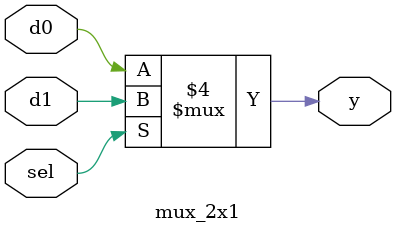
<source format=v>
`timescale 1ns / 1ps


module mux_2x1(
    input d0,
    input d1,
    input sel,
    output reg y
    );
    //assign y = (sel) ? d1 : d0;
    always @(*) begin
        if(sel == 1'b0) y = d0;
        else            y = d1;
    end    
endmodule

</source>
